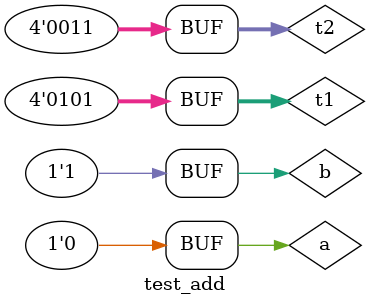
<source format=v>
module addition(a,b,t1,t2,c,t3);
	//declaring I/O ports
	input a,b;
	input [3:0] t1,t2;
	output [1:0]c;
	output[4:0] t3;
	//assigning values using assign statement
	assign c=a+b;
	assign t3=t1+t2;
	//end of module
endmodule


	//declaring test bench
module test_add;
	//declaring internal nets
	reg a,b;
	reg [3:0] t1,t2;
	wire [1:0]c;
	wire [4:0] t3;
		//instansiating module for test
	addition A1 (a,b,t1,t2,c,t3);
		//using initial block for testing
	initial 
	begin 
		a=0;b=0;
		t1=3'd2; t2=5;
		#15 a=1;b=0;
		t1=3'd4; t2=7;
		#15 a=1;b=1;
		t1=3'd6; t2=1;
		#10 a=0;b=1;
		t1=3'd5; t2=3;
	end
	//end of testbench
endmodule
</source>
